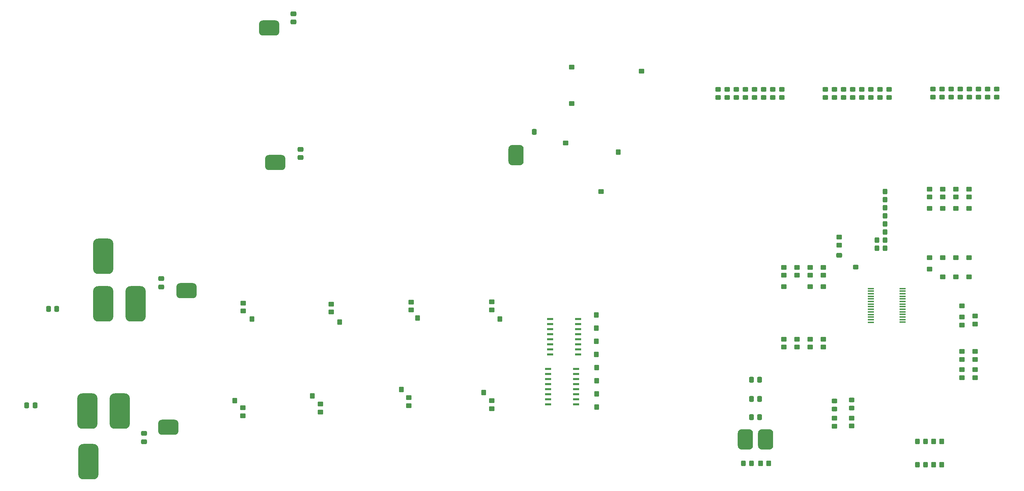
<source format=gbr>
%TF.GenerationSoftware,KiCad,Pcbnew,8.0.1*%
%TF.CreationDate,2024-04-02T21:45:16-06:00*%
%TF.ProjectId,ATV_Project_Slave Barg,4154565f-5072-46f6-9a65-63745f536c61,rev?*%
%TF.SameCoordinates,Original*%
%TF.FileFunction,Paste,Top*%
%TF.FilePolarity,Positive*%
%FSLAX46Y46*%
G04 Gerber Fmt 4.6, Leading zero omitted, Abs format (unit mm)*
G04 Created by KiCad (PCBNEW 8.0.1) date 2024-04-02 21:45:16*
%MOMM*%
%LPD*%
G01*
G04 APERTURE LIST*
G04 Aperture macros list*
%AMRoundRect*
0 Rectangle with rounded corners*
0 $1 Rounding radius*
0 $2 $3 $4 $5 $6 $7 $8 $9 X,Y pos of 4 corners*
0 Add a 4 corners polygon primitive as box body*
4,1,4,$2,$3,$4,$5,$6,$7,$8,$9,$2,$3,0*
0 Add four circle primitives for the rounded corners*
1,1,$1+$1,$2,$3*
1,1,$1+$1,$4,$5*
1,1,$1+$1,$6,$7*
1,1,$1+$1,$8,$9*
0 Add four rect primitives between the rounded corners*
20,1,$1+$1,$2,$3,$4,$5,0*
20,1,$1+$1,$4,$5,$6,$7,0*
20,1,$1+$1,$6,$7,$8,$9,0*
20,1,$1+$1,$8,$9,$2,$3,0*%
G04 Aperture macros list end*
%ADD10RoundRect,0.250000X0.450000X-0.325000X0.450000X0.325000X-0.450000X0.325000X-0.450000X-0.325000X0*%
%ADD11RoundRect,0.250000X0.350000X0.450000X-0.350000X0.450000X-0.350000X-0.450000X0.350000X-0.450000X0*%
%ADD12RoundRect,0.250000X-0.450000X0.350000X-0.450000X-0.350000X0.450000X-0.350000X0.450000X0.350000X0*%
%ADD13RoundRect,0.250000X0.450000X-0.350000X0.450000X0.350000X-0.450000X0.350000X-0.450000X-0.350000X0*%
%ADD14RoundRect,0.952500X-0.952500X-1.587500X0.952500X-1.587500X0.952500X1.587500X-0.952500X1.587500X0*%
%ADD15RoundRect,0.250000X-0.337500X-0.475000X0.337500X-0.475000X0.337500X0.475000X-0.337500X0.475000X0*%
%ADD16RoundRect,0.250000X0.337500X0.475000X-0.337500X0.475000X-0.337500X-0.475000X0.337500X-0.475000X0*%
%ADD17RoundRect,0.250000X0.325000X0.450000X-0.325000X0.450000X-0.325000X-0.450000X0.325000X-0.450000X0*%
%ADD18RoundRect,0.250000X-0.475000X0.337500X-0.475000X-0.337500X0.475000X-0.337500X0.475000X0.337500X0*%
%ADD19RoundRect,0.250000X-0.350000X-0.450000X0.350000X-0.450000X0.350000X0.450000X-0.350000X0.450000X0*%
%ADD20RoundRect,1.270000X1.270000X3.175000X-1.270000X3.175000X-1.270000X-3.175000X1.270000X-3.175000X0*%
%ADD21RoundRect,0.952500X1.587500X-0.952500X1.587500X0.952500X-1.587500X0.952500X-1.587500X-0.952500X0*%
%ADD22R,1.500000X0.380000*%
%ADD23RoundRect,0.250000X0.475000X-0.337500X0.475000X0.337500X-0.475000X0.337500X-0.475000X-0.337500X0*%
%ADD24R,1.500000X0.600000*%
%ADD25RoundRect,0.952500X-1.587500X0.952500X-1.587500X-0.952500X1.587500X-0.952500X1.587500X0.952500X0*%
G04 APERTURE END LIST*
D10*
%TO.C,D19*%
X267373977Y-50700740D03*
X267373977Y-48650740D03*
%TD*%
%TO.C,D16*%
X260515977Y-50691740D03*
X260515977Y-48641740D03*
%TD*%
%TO.C,D15*%
X258229977Y-50700740D03*
X258229977Y-48650740D03*
%TD*%
%TO.C,D18*%
X265087977Y-50691740D03*
X265087977Y-48641740D03*
%TD*%
%TO.C,D17*%
X262801977Y-50700740D03*
X262801977Y-48650740D03*
%TD*%
%TO.C,D22*%
X274231977Y-50700740D03*
X274231977Y-48650740D03*
%TD*%
%TO.C,D21*%
X271945977Y-50700740D03*
X271945977Y-48650740D03*
%TD*%
%TO.C,D20*%
X269659977Y-50700740D03*
X269659977Y-48650740D03*
%TD*%
%TO.C,D19*%
X240322688Y-50810705D03*
X240322688Y-48760705D03*
%TD*%
%TO.C,D16*%
X233464688Y-50801705D03*
X233464688Y-48751705D03*
%TD*%
%TO.C,D15*%
X231178688Y-50810705D03*
X231178688Y-48760705D03*
%TD*%
%TO.C,D18*%
X238036688Y-50801705D03*
X238036688Y-48751705D03*
%TD*%
%TO.C,D17*%
X235750688Y-50810705D03*
X235750688Y-48760705D03*
%TD*%
%TO.C,D22*%
X247180688Y-50810705D03*
X247180688Y-48760705D03*
%TD*%
%TO.C,D21*%
X244894688Y-50810705D03*
X244894688Y-48760705D03*
%TD*%
%TO.C,D20*%
X242608688Y-50810705D03*
X242608688Y-48760705D03*
%TD*%
D11*
%TO.C,R76*%
X179179000Y-64462000D03*
%TD*%
D12*
%TO.C,R75*%
X167511000Y-43142000D03*
%TD*%
D13*
%TO.C,R74*%
X185037000Y-44126000D03*
%TD*%
D12*
%TO.C,R73*%
X167511000Y-52286000D03*
%TD*%
%TO.C,R72*%
X165987000Y-62192000D03*
%TD*%
%TO.C,R71*%
X174877000Y-74384000D03*
%TD*%
D14*
%TO.C,C19*%
X153541000Y-65224000D03*
%TD*%
D15*
%TO.C,C18*%
X158091500Y-59382000D03*
%TD*%
D16*
%TO.C,C13*%
X36183000Y-103830000D03*
X38258000Y-103830000D03*
%TD*%
D13*
%TO.C,R67*%
X85067000Y-102386000D03*
X85067000Y-104386000D03*
%TD*%
D10*
%TO.C,D19*%
X213414000Y-48714000D03*
X213414000Y-50764000D03*
%TD*%
D17*
%TO.C,D10*%
X246189000Y-82496000D03*
%TD*%
D11*
%TO.C,R68*%
X145405000Y-124873000D03*
%TD*%
D13*
%TO.C,R43*%
X267263000Y-95831000D03*
%TD*%
D12*
%TO.C,R57*%
X126597000Y-128127000D03*
X126597000Y-126127000D03*
%TD*%
D18*
%TO.C,C1*%
X234616750Y-90370000D03*
%TD*%
D12*
%TO.C,R44*%
X267263000Y-91005000D03*
%TD*%
D19*
%TO.C,R63*%
X128794000Y-106172000D03*
%TD*%
D17*
%TO.C,D7*%
X244139000Y-88592000D03*
X246189000Y-88592000D03*
%TD*%
%TO.C,D13*%
X246189000Y-76400000D03*
%TD*%
D19*
%TO.C,R48*%
X173684500Y-112014000D03*
%TD*%
D11*
%TO.C,R54*%
X124803000Y-124079000D03*
%TD*%
D20*
%TO.C,L6*%
X46156000Y-142196000D03*
%TD*%
D17*
%TO.C,D6*%
X212645000Y-142670000D03*
X210595000Y-142670000D03*
%TD*%
%TO.C,D14*%
X246189000Y-74368000D03*
%TD*%
D10*
%TO.C,D15*%
X204270000Y-48714000D03*
X204270000Y-50764000D03*
%TD*%
D12*
%TO.C,R41*%
X260659000Y-90989000D03*
%TD*%
D13*
%TO.C,R13*%
X230686000Y-98260000D03*
%TD*%
%TO.C,R52*%
X147425000Y-104108000D03*
X147425000Y-102108000D03*
%TD*%
%TO.C,R26*%
X268786000Y-114532000D03*
X268786000Y-116532000D03*
%TD*%
D19*
%TO.C,R53*%
X109252000Y-107188000D03*
%TD*%
D10*
%TO.C,D2*%
X237818500Y-128744500D03*
X237818500Y-126694500D03*
%TD*%
%TO.C,D16*%
X206556000Y-48705000D03*
X206556000Y-50755000D03*
%TD*%
D12*
%TO.C,R42*%
X263961000Y-90989000D03*
%TD*%
D13*
%TO.C,R38*%
X260659000Y-95831000D03*
%TD*%
D17*
%TO.C,D8*%
X244139000Y-86560000D03*
X246189000Y-86560000D03*
%TD*%
D13*
%TO.C,R65*%
X127254000Y-104124000D03*
X127254000Y-102124000D03*
%TD*%
D12*
%TO.C,R23*%
X265484000Y-119088000D03*
X265484000Y-121088000D03*
%TD*%
D13*
%TO.C,R56*%
X107188000Y-104632000D03*
X107188000Y-102632000D03*
%TD*%
D19*
%TO.C,R51*%
X149511000Y-106434000D03*
%TD*%
D21*
%TO.C,C17*%
X70866000Y-99314000D03*
%TD*%
D20*
%TO.C,L5*%
X54102000Y-129540000D03*
X45974000Y-129540000D03*
%TD*%
D12*
%TO.C,R58*%
X84985000Y-130675000D03*
X84985000Y-128675000D03*
%TD*%
D19*
%TO.C,R47*%
X173684500Y-105410000D03*
%TD*%
D13*
%TO.C,R19*%
X220780000Y-98260000D03*
%TD*%
D19*
%TO.C,R64*%
X87243000Y-106418000D03*
%TD*%
%TO.C,R61*%
X173740500Y-121888200D03*
%TD*%
%TO.C,R50*%
X173740500Y-118586200D03*
%TD*%
D11*
%TO.C,R55*%
X82937000Y-126881000D03*
%TD*%
D16*
%TO.C,C12*%
X30715700Y-128072000D03*
X32790700Y-128072000D03*
%TD*%
D19*
%TO.C,R45*%
X260388000Y-142948000D03*
X258388000Y-142948000D03*
%TD*%
D13*
%TO.C,R9*%
X230686000Y-113452000D03*
X230686000Y-111452000D03*
%TD*%
D22*
%TO.C,U1*%
X250576800Y-98747200D03*
X250576800Y-99397200D03*
X250576800Y-100047200D03*
X250576800Y-100697200D03*
X250576800Y-101347200D03*
X250576800Y-101997200D03*
X250576800Y-102647200D03*
X250576800Y-103297200D03*
X250576800Y-103947200D03*
X250576800Y-104597200D03*
X250576800Y-105247200D03*
X250576800Y-105897200D03*
X250576800Y-106547200D03*
X250576800Y-107197200D03*
X242608000Y-107207000D03*
X242608000Y-106557000D03*
X242608000Y-105907000D03*
X242608000Y-105257000D03*
X242608000Y-104607000D03*
X242608000Y-103957000D03*
X242608000Y-103307000D03*
X242608000Y-102657000D03*
X242608000Y-102007000D03*
X242608000Y-101357000D03*
X242608000Y-100707000D03*
X242608000Y-100057000D03*
X242608000Y-99407000D03*
X242608000Y-98757000D03*
%TD*%
D11*
%TO.C,R66*%
X102370000Y-125708000D03*
%TD*%
D10*
%TO.C,D1*%
X233500500Y-128998500D03*
X233500500Y-126948500D03*
%TD*%
D13*
%TO.C,R16*%
X227384000Y-98260000D03*
%TD*%
%TO.C,R3*%
X220780000Y-113452000D03*
X220780000Y-111452000D03*
%TD*%
D12*
%TO.C,R18*%
X220780000Y-93418000D03*
X220780000Y-95418000D03*
%TD*%
D23*
%TO.C,C9*%
X99439000Y-65859000D03*
X99439000Y-63784000D03*
%TD*%
D12*
%TO.C,R31*%
X260659000Y-73765000D03*
X260659000Y-75765000D03*
%TD*%
D13*
%TO.C,R35*%
X257357000Y-93871000D03*
%TD*%
D12*
%TO.C,R27*%
X268786000Y-119104000D03*
X268786000Y-121104000D03*
%TD*%
%TO.C,R30*%
X263961000Y-73781000D03*
X263961000Y-75781000D03*
%TD*%
D15*
%TO.C,C4*%
X212609000Y-131010000D03*
X214684000Y-131010000D03*
%TD*%
D13*
%TO.C,R25*%
X265484000Y-103054000D03*
%TD*%
%TO.C,R5*%
X224082000Y-113452000D03*
X224082000Y-111452000D03*
%TD*%
D12*
%TO.C,R70*%
X147469000Y-128921000D03*
X147469000Y-126921000D03*
%TD*%
D17*
%TO.C,D9*%
X246189000Y-84528000D03*
%TD*%
D12*
%TO.C,R10*%
X230686000Y-93418000D03*
X230686000Y-95418000D03*
%TD*%
%TO.C,R69*%
X104418000Y-127772000D03*
X104418000Y-129772000D03*
%TD*%
D14*
%TO.C,C5*%
X211128000Y-136598000D03*
X216208000Y-136598000D03*
%TD*%
D15*
%TO.C,C2*%
X212609000Y-121612000D03*
X214684000Y-121612000D03*
%TD*%
D19*
%TO.C,R49*%
X173740500Y-125190200D03*
%TD*%
D12*
%TO.C,R2*%
X237818500Y-133275500D03*
X237818500Y-131275500D03*
%TD*%
D20*
%TO.C,L8*%
X49942000Y-90622000D03*
%TD*%
D10*
%TO.C,D21*%
X217986000Y-48714000D03*
X217986000Y-50764000D03*
%TD*%
D23*
%TO.C,C8*%
X97661000Y-31844500D03*
X97661000Y-29769500D03*
%TD*%
D10*
%TO.C,D20*%
X215700000Y-48714000D03*
X215700000Y-50764000D03*
%TD*%
D12*
%TO.C,R1*%
X233500500Y-133307500D03*
X233500500Y-131307500D03*
%TD*%
D21*
%TO.C,C10*%
X91565000Y-33347000D03*
%TD*%
D10*
%TO.C,D3*%
X238814000Y-93400000D03*
%TD*%
D19*
%TO.C,R60*%
X173684500Y-115316000D03*
%TD*%
%TO.C,R59*%
X173684500Y-108712000D03*
%TD*%
D12*
%TO.C,R15*%
X224082000Y-93418000D03*
X224082000Y-95418000D03*
%TD*%
D17*
%TO.C,D11*%
X246189000Y-80464000D03*
%TD*%
D12*
%TO.C,R14*%
X227384000Y-93418000D03*
X227384000Y-95418000D03*
%TD*%
%TO.C,R20*%
X268786000Y-107642000D03*
X268786000Y-105642000D03*
%TD*%
D13*
%TO.C,R36*%
X257357000Y-78591000D03*
%TD*%
D12*
%TO.C,R34*%
X257357000Y-73765000D03*
X257357000Y-75765000D03*
%TD*%
D10*
%TO.C,D17*%
X208842000Y-48714000D03*
X208842000Y-50764000D03*
%TD*%
D17*
%TO.C,D5*%
X256340000Y-142948000D03*
X254290000Y-142948000D03*
%TD*%
D19*
%TO.C,R46*%
X216938000Y-142670000D03*
X214938000Y-142670000D03*
%TD*%
D13*
%TO.C,R32*%
X263961000Y-78591000D03*
%TD*%
D10*
%TO.C,D22*%
X220272000Y-48714000D03*
X220272000Y-50764000D03*
%TD*%
D19*
%TO.C,R62*%
X173740500Y-128492200D03*
%TD*%
D15*
%TO.C,C3*%
X212609000Y-126438000D03*
X214684000Y-126438000D03*
%TD*%
D19*
%TO.C,R39*%
X260388000Y-137106000D03*
X258388000Y-137106000D03*
%TD*%
D23*
%TO.C,C15*%
X64516000Y-96244500D03*
X64516000Y-98319500D03*
%TD*%
D24*
%TO.C,U2*%
X169096500Y-115316000D03*
X169096500Y-114046000D03*
X169096500Y-112776000D03*
X169096500Y-111506000D03*
X169096500Y-110236000D03*
X169096500Y-108966000D03*
X169096500Y-107696000D03*
X169096500Y-106426000D03*
X162096500Y-106426000D03*
X162096500Y-107696000D03*
X162096500Y-108966000D03*
X162096500Y-110236000D03*
X162096500Y-111506000D03*
X162096500Y-112776000D03*
X162096500Y-114046000D03*
X162096500Y-115316000D03*
%TD*%
D25*
%TO.C,C16*%
X66294000Y-133604000D03*
%TD*%
D12*
%TO.C,R37*%
X257357000Y-91021000D03*
%TD*%
D10*
%TO.C,D18*%
X211128000Y-48705000D03*
X211128000Y-50755000D03*
%TD*%
D20*
%TO.C,L7*%
X49942000Y-102594000D03*
X58070000Y-102594000D03*
%TD*%
D17*
%TO.C,D12*%
X246189000Y-78432000D03*
%TD*%
%TO.C,D4*%
X256340000Y-137106000D03*
X254290000Y-137106000D03*
%TD*%
D12*
%TO.C,R12*%
X234616750Y-87819500D03*
X234616750Y-85819500D03*
%TD*%
%TO.C,R24*%
X265484000Y-107880000D03*
X265484000Y-105880000D03*
%TD*%
D18*
%TO.C,C14*%
X60198000Y-137181500D03*
X60198000Y-135106500D03*
%TD*%
D13*
%TO.C,R6*%
X227384000Y-113452000D03*
X227384000Y-111452000D03*
%TD*%
%TO.C,R40*%
X263961000Y-95831000D03*
%TD*%
D21*
%TO.C,C11*%
X93089000Y-67129000D03*
%TD*%
D13*
%TO.C,R33*%
X260659000Y-78591000D03*
%TD*%
%TO.C,R22*%
X265484000Y-114532000D03*
X265484000Y-116532000D03*
%TD*%
D24*
%TO.C,U3*%
X168588500Y-127857200D03*
X168588500Y-126587200D03*
X168588500Y-125317200D03*
X168588500Y-124047200D03*
X168588500Y-122777200D03*
X168588500Y-121507200D03*
X168588500Y-120237200D03*
X168588500Y-118967200D03*
X161588500Y-118967200D03*
X161588500Y-120237200D03*
X161588500Y-121507200D03*
X161588500Y-122777200D03*
X161588500Y-124047200D03*
X161588500Y-125317200D03*
X161588500Y-126587200D03*
X161588500Y-127857200D03*
%TD*%
D13*
%TO.C,R29*%
X267263000Y-78591000D03*
%TD*%
D12*
%TO.C,R28*%
X267263000Y-73765000D03*
X267263000Y-75765000D03*
%TD*%
M02*

</source>
